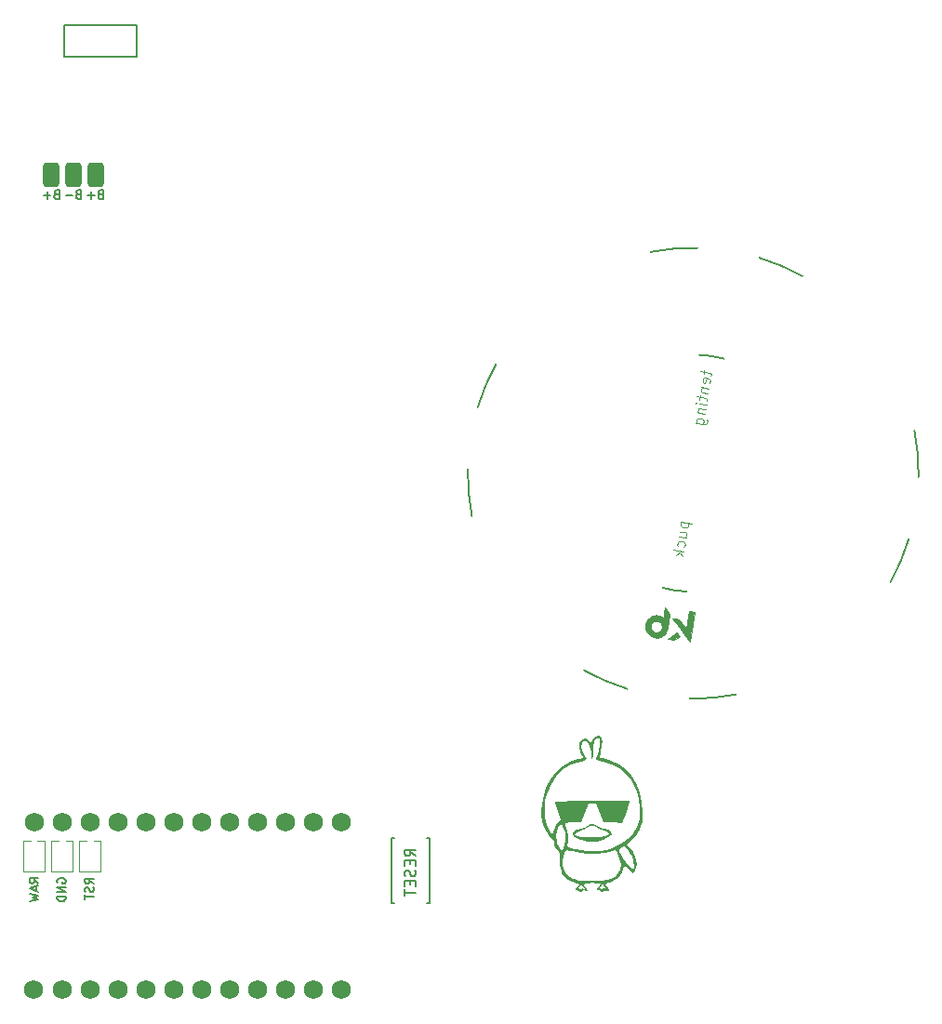
<source format=gbr>
%TF.GenerationSoftware,KiCad,Pcbnew,(6.0.7-1)-1*%
%TF.CreationDate,2022-08-15T15:56:19+02:00*%
%TF.ProjectId,wizza,77697a7a-612e-46b6-9963-61645f706362,v1.0.0*%
%TF.SameCoordinates,Original*%
%TF.FileFunction,Legend,Bot*%
%TF.FilePolarity,Positive*%
%FSLAX46Y46*%
G04 Gerber Fmt 4.6, Leading zero omitted, Abs format (unit mm)*
G04 Created by KiCad (PCBNEW (6.0.7-1)-1) date 2022-08-15 15:56:19*
%MOMM*%
%LPD*%
G01*
G04 APERTURE LIST*
G04 Aperture macros list*
%AMRoundRect*
0 Rectangle with rounded corners*
0 $1 Rounding radius*
0 $2 $3 $4 $5 $6 $7 $8 $9 X,Y pos of 4 corners*
0 Add a 4 corners polygon primitive as box body*
4,1,4,$2,$3,$4,$5,$6,$7,$8,$9,$2,$3,0*
0 Add four circle primitives for the rounded corners*
1,1,$1+$1,$2,$3*
1,1,$1+$1,$4,$5*
1,1,$1+$1,$6,$7*
1,1,$1+$1,$8,$9*
0 Add four rect primitives between the rounded corners*
20,1,$1+$1,$2,$3,$4,$5,0*
20,1,$1+$1,$4,$5,$6,$7,0*
20,1,$1+$1,$6,$7,$8,$9,0*
20,1,$1+$1,$8,$9,$2,$3,0*%
G04 Aperture macros list end*
%ADD10C,0.150000*%
%ADD11C,0.100000*%
%ADD12C,0.120000*%
%ADD13C,0.200000*%
%ADD14C,0.010000*%
%ADD15C,1.752600*%
%ADD16RoundRect,0.375000X-0.375000X-0.750000X0.375000X-0.750000X0.375000X0.750000X-0.375000X0.750000X0*%
G04 APERTURE END LIST*
D10*
%TO.C,MCU1*%
X204315845Y-135886678D02*
X203934893Y-135620012D01*
X204315845Y-135429535D02*
X203515845Y-135429535D01*
X203515845Y-135734297D01*
X203553941Y-135810488D01*
X203592036Y-135848583D01*
X203668226Y-135886678D01*
X203782512Y-135886678D01*
X203858702Y-135848583D01*
X203896798Y-135810488D01*
X203934893Y-135734297D01*
X203934893Y-135429535D01*
X204277750Y-136191440D02*
X204315845Y-136305726D01*
X204315845Y-136496202D01*
X204277750Y-136572393D01*
X204239655Y-136610488D01*
X204163464Y-136648583D01*
X204087274Y-136648583D01*
X204011083Y-136610488D01*
X203972988Y-136572393D01*
X203934893Y-136496202D01*
X203896798Y-136343821D01*
X203858702Y-136267631D01*
X203820607Y-136229535D01*
X203744417Y-136191440D01*
X203668226Y-136191440D01*
X203592036Y-136229535D01*
X203553941Y-136267631D01*
X203515845Y-136343821D01*
X203515845Y-136534297D01*
X203553941Y-136648583D01*
X203515845Y-136877154D02*
X203515845Y-137334297D01*
X204315845Y-137105726D02*
X203515845Y-137105726D01*
X199278277Y-135849415D02*
X198897325Y-135582748D01*
X199278277Y-135392272D02*
X198478277Y-135392272D01*
X198478277Y-135697034D01*
X198516373Y-135773224D01*
X198554468Y-135811319D01*
X198630658Y-135849415D01*
X198744944Y-135849415D01*
X198821134Y-135811319D01*
X198859230Y-135773224D01*
X198897325Y-135697034D01*
X198897325Y-135392272D01*
X199049706Y-136154176D02*
X199049706Y-136535129D01*
X199278277Y-136077986D02*
X198478277Y-136344653D01*
X199278277Y-136611319D01*
X198478277Y-136801796D02*
X199278277Y-136992272D01*
X198706849Y-137144653D01*
X199278277Y-137297034D01*
X198478277Y-137487510D01*
X201013941Y-135829535D02*
X200975845Y-135753344D01*
X200975845Y-135639059D01*
X201013941Y-135524773D01*
X201090131Y-135448582D01*
X201166321Y-135410487D01*
X201318702Y-135372392D01*
X201432988Y-135372392D01*
X201585369Y-135410487D01*
X201661560Y-135448582D01*
X201737750Y-135524773D01*
X201775845Y-135639059D01*
X201775845Y-135715249D01*
X201737750Y-135829535D01*
X201699655Y-135867630D01*
X201432988Y-135867630D01*
X201432988Y-135715249D01*
X201775845Y-136210487D02*
X200975845Y-136210487D01*
X201775845Y-136667630D01*
X200975845Y-136667630D01*
X201775845Y-137048582D02*
X200975845Y-137048582D01*
X200975845Y-137239059D01*
X201013941Y-137353344D01*
X201090131Y-137429535D01*
X201166321Y-137467630D01*
X201318702Y-137505725D01*
X201432988Y-137505725D01*
X201585369Y-137467630D01*
X201661560Y-137429535D01*
X201737750Y-137353344D01*
X201775845Y-137239059D01*
X201775845Y-137048582D01*
D11*
%TO.C,*%
X257785082Y-102945911D02*
X258772770Y-103102346D01*
X257832114Y-102953361D02*
X257770183Y-103039977D01*
X257740386Y-103228108D01*
X257772520Y-103329623D01*
X257812104Y-103384105D01*
X257898720Y-103446036D01*
X258180917Y-103490732D01*
X258282432Y-103458597D01*
X258336914Y-103419014D01*
X258398845Y-103332398D01*
X258428642Y-103144267D01*
X258396508Y-103042752D01*
X257576502Y-104262829D02*
X258234961Y-104367119D01*
X257643546Y-103839534D02*
X258160906Y-103921476D01*
X258247523Y-103983407D01*
X258279657Y-104084922D01*
X258257309Y-104226020D01*
X258195378Y-104312637D01*
X258140896Y-104352220D01*
X258046393Y-105253292D02*
X258108324Y-105166676D01*
X258138121Y-104978545D01*
X258105987Y-104877030D01*
X258066403Y-104822548D01*
X257979787Y-104760617D01*
X257697590Y-104715921D01*
X257596075Y-104748055D01*
X257541593Y-104787639D01*
X257479662Y-104874255D01*
X257449865Y-105062386D01*
X257481999Y-105163901D01*
X258026382Y-105684037D02*
X257038694Y-105527602D01*
X257635221Y-105718508D02*
X257966788Y-106060299D01*
X257308329Y-105956009D02*
X257744185Y-105639341D01*
X259905250Y-89153775D02*
X259845656Y-89530037D01*
X259553673Y-89242728D02*
X260400263Y-89376815D01*
X260486879Y-89438746D01*
X260519013Y-89540261D01*
X260504115Y-89634327D01*
X260345343Y-90332369D02*
X260407275Y-90245753D01*
X260437072Y-90057622D01*
X260404937Y-89956107D01*
X260318321Y-89894176D01*
X259942059Y-89834582D01*
X259840544Y-89866716D01*
X259778613Y-89953332D01*
X259748816Y-90141463D01*
X259780950Y-90242978D01*
X259867566Y-90304909D01*
X259961632Y-90319808D01*
X260130190Y-89864379D01*
X259659425Y-90705857D02*
X260317883Y-90810146D01*
X259753490Y-90720755D02*
X259699008Y-90760339D01*
X259637077Y-90846955D01*
X259614729Y-90988053D01*
X259646863Y-91089568D01*
X259733480Y-91151499D01*
X260250840Y-91233441D01*
X259540236Y-91458381D02*
X259480642Y-91834643D01*
X259188659Y-91547335D02*
X260035249Y-91681421D01*
X260121865Y-91743353D01*
X260154000Y-91844867D01*
X260139101Y-91938933D01*
X260086956Y-92268162D02*
X259428498Y-92163873D01*
X259099268Y-92111728D02*
X259153750Y-92072144D01*
X259193334Y-92126626D01*
X259138852Y-92166210D01*
X259099268Y-92111728D01*
X259193334Y-92126626D01*
X259354005Y-92634201D02*
X260012464Y-92738490D01*
X259448070Y-92649099D02*
X259393588Y-92688683D01*
X259331657Y-92775299D01*
X259309309Y-92916397D01*
X259341444Y-93017912D01*
X259428060Y-93079843D01*
X259945420Y-93161785D01*
X259145426Y-93951118D02*
X259944983Y-94077756D01*
X260046498Y-94045622D01*
X260100980Y-94006038D01*
X260162911Y-93919422D01*
X260185259Y-93778323D01*
X260153125Y-93676809D01*
X259756852Y-94047959D02*
X259818783Y-93961342D01*
X259848580Y-93773211D01*
X259816446Y-93671697D01*
X259776862Y-93617214D01*
X259690246Y-93555283D01*
X259408049Y-93510588D01*
X259306535Y-93542722D01*
X259252052Y-93582305D01*
X259190121Y-93668922D01*
X259160324Y-93857053D01*
X259192458Y-93958568D01*
D10*
%TO.C,PAD1*%
X204908095Y-73116857D02*
X204793809Y-73154952D01*
X204755714Y-73193047D01*
X204717619Y-73269238D01*
X204717619Y-73383523D01*
X204755714Y-73459714D01*
X204793809Y-73497809D01*
X204870000Y-73535904D01*
X205174761Y-73535904D01*
X205174761Y-72735904D01*
X204908095Y-72735904D01*
X204831904Y-72774000D01*
X204793809Y-72812095D01*
X204755714Y-72888285D01*
X204755714Y-72964476D01*
X204793809Y-73040666D01*
X204831904Y-73078761D01*
X204908095Y-73116857D01*
X205174761Y-73116857D01*
X204374761Y-73231142D02*
X203765238Y-73231142D01*
X204070000Y-73535904D02*
X204070000Y-72926380D01*
X200908095Y-73116857D02*
X200793809Y-73154952D01*
X200755714Y-73193047D01*
X200717619Y-73269238D01*
X200717619Y-73383523D01*
X200755714Y-73459714D01*
X200793809Y-73497809D01*
X200870000Y-73535904D01*
X201174761Y-73535904D01*
X201174761Y-72735904D01*
X200908095Y-72735904D01*
X200831904Y-72774000D01*
X200793809Y-72812095D01*
X200755714Y-72888285D01*
X200755714Y-72964476D01*
X200793809Y-73040666D01*
X200831904Y-73078761D01*
X200908095Y-73116857D01*
X201174761Y-73116857D01*
X200374761Y-73231142D02*
X199765238Y-73231142D01*
X200070000Y-73535904D02*
X200070000Y-72926380D01*
X202908095Y-73116857D02*
X202793809Y-73154952D01*
X202755714Y-73193047D01*
X202717619Y-73269238D01*
X202717619Y-73383523D01*
X202755714Y-73459714D01*
X202793809Y-73497809D01*
X202870000Y-73535904D01*
X203174761Y-73535904D01*
X203174761Y-72735904D01*
X202908095Y-72735904D01*
X202831904Y-72774000D01*
X202793809Y-72812095D01*
X202755714Y-72888285D01*
X202755714Y-72964476D01*
X202793809Y-73040666D01*
X202831904Y-73078761D01*
X202908095Y-73116857D01*
X203174761Y-73116857D01*
X202374761Y-73231142D02*
X201765238Y-73231142D01*
%TO.C,B1*%
X233624380Y-133378619D02*
X233148190Y-133045285D01*
X233624380Y-132807190D02*
X232624380Y-132807190D01*
X232624380Y-133188142D01*
X232672000Y-133283380D01*
X232719619Y-133331000D01*
X232814857Y-133378619D01*
X232957714Y-133378619D01*
X233052952Y-133331000D01*
X233100571Y-133283380D01*
X233148190Y-133188142D01*
X233148190Y-132807190D01*
X233100571Y-133807190D02*
X233100571Y-134140523D01*
X233624380Y-134283380D02*
X233624380Y-133807190D01*
X232624380Y-133807190D01*
X232624380Y-134283380D01*
X233576761Y-134664333D02*
X233624380Y-134807190D01*
X233624380Y-135045285D01*
X233576761Y-135140523D01*
X233529142Y-135188142D01*
X233433904Y-135235761D01*
X233338666Y-135235761D01*
X233243428Y-135188142D01*
X233195809Y-135140523D01*
X233148190Y-135045285D01*
X233100571Y-134854809D01*
X233052952Y-134759571D01*
X233005333Y-134711952D01*
X232910095Y-134664333D01*
X232814857Y-134664333D01*
X232719619Y-134711952D01*
X232672000Y-134759571D01*
X232624380Y-134854809D01*
X232624380Y-135092904D01*
X232672000Y-135235761D01*
X233100571Y-135664333D02*
X233100571Y-135997666D01*
X233624380Y-136140523D02*
X233624380Y-135664333D01*
X232624380Y-135664333D01*
X232624380Y-136140523D01*
X232624380Y-136426238D02*
X232624380Y-136997666D01*
X233624380Y-136711952D02*
X232624380Y-136711952D01*
D12*
%TO.C,MCU1*%
X200422000Y-131992523D02*
X200422000Y-134792523D01*
X204962000Y-131992523D02*
X204302000Y-131992523D01*
X202962000Y-134792523D02*
X204962000Y-134792523D01*
X199882000Y-134792523D02*
X199882000Y-131992523D01*
X199882000Y-131992523D02*
X199202000Y-131992523D01*
X203627000Y-131992523D02*
X202962000Y-131992523D01*
X197882000Y-131992523D02*
X197882000Y-134792523D01*
X200422000Y-134792523D02*
X202422000Y-134792523D01*
X204962000Y-134792523D02*
X204962000Y-131992523D01*
X201102000Y-131992523D02*
X200422000Y-131992523D01*
X202962000Y-131992523D02*
X202962000Y-134792523D01*
X197882000Y-134792523D02*
X199882000Y-134792523D01*
X202422000Y-131992523D02*
X201752000Y-131992523D01*
X202422000Y-134792523D02*
X202422000Y-131992523D01*
X198552000Y-131992523D02*
X197882000Y-131992523D01*
D13*
%TO.C,*%
X257205213Y-109194633D02*
G75*
G03*
X258328957Y-109312743I1688695J10661997D01*
G01*
X258537495Y-119049376D02*
G75*
G03*
X262798672Y-118677528I356428J20516839D01*
G01*
X238377085Y-98176108D02*
G75*
G03*
X238748933Y-102437286I20516838J-356429D01*
G01*
X276846313Y-108471321D02*
G75*
G03*
X278516739Y-104533605I-17952390J9938784D01*
G01*
X248955143Y-116484929D02*
G75*
G03*
X252892856Y-118155353I9938780J17952392D01*
G01*
X261687875Y-88105369D02*
G75*
G03*
X260582633Y-87870442I-2793936J-10427069D01*
G01*
X240941532Y-88593758D02*
G75*
G03*
X239271108Y-92531469I17952505J-9938828D01*
G01*
X260582633Y-87870441D02*
G75*
G03*
X259458890Y-87752331I-1688694J-10661997D01*
G01*
X256099972Y-108959706D02*
G75*
G03*
X257205213Y-109194633I2793951J10427169D01*
G01*
X268832708Y-80580149D02*
G75*
G03*
X264894991Y-78909722I-9938785J-17952388D01*
G01*
X279410761Y-98888966D02*
G75*
G03*
X279038913Y-94627786I-20516838J356429D01*
G01*
X259250352Y-78015699D02*
G75*
G03*
X254989174Y-78387547I-356429J-20516838D01*
G01*
G36*
X257400509Y-112993625D02*
G01*
X257411015Y-113005462D01*
X257432488Y-113032777D01*
X257462760Y-113072718D01*
X257499662Y-113122427D01*
X257541027Y-113179050D01*
X257674839Y-113363599D01*
X257635459Y-113395648D01*
X257631775Y-113398601D01*
X257606545Y-113418103D01*
X257567030Y-113448036D01*
X257516686Y-113485805D01*
X257458964Y-113528818D01*
X257397319Y-113574480D01*
X257198560Y-113721263D01*
X256586180Y-113624272D01*
X256619394Y-113595478D01*
X256622080Y-113593179D01*
X256646127Y-113573469D01*
X256684088Y-113543195D01*
X256733671Y-113504125D01*
X256792579Y-113458030D01*
X256858520Y-113406678D01*
X256929199Y-113351841D01*
X257002321Y-113295285D01*
X257075595Y-113238782D01*
X257146724Y-113184101D01*
X257213416Y-113133011D01*
X257273375Y-113087282D01*
X257324309Y-113048682D01*
X257363922Y-113018982D01*
X257389922Y-112999952D01*
X257400013Y-112993361D01*
X257400509Y-112993625D01*
G37*
D14*
X257400509Y-112993625D02*
X257411015Y-113005462D01*
X257432488Y-113032777D01*
X257462760Y-113072718D01*
X257499662Y-113122427D01*
X257541027Y-113179050D01*
X257674839Y-113363599D01*
X257635459Y-113395648D01*
X257631775Y-113398601D01*
X257606545Y-113418103D01*
X257567030Y-113448036D01*
X257516686Y-113485805D01*
X257458964Y-113528818D01*
X257397319Y-113574480D01*
X257198560Y-113721263D01*
X256586180Y-113624272D01*
X256619394Y-113595478D01*
X256622080Y-113593179D01*
X256646127Y-113573469D01*
X256684088Y-113543195D01*
X256733671Y-113504125D01*
X256792579Y-113458030D01*
X256858520Y-113406678D01*
X256929199Y-113351841D01*
X257002321Y-113295285D01*
X257075595Y-113238782D01*
X257146724Y-113184101D01*
X257213416Y-113133011D01*
X257273375Y-113087282D01*
X257324309Y-113048682D01*
X257363922Y-113018982D01*
X257389922Y-112999952D01*
X257400013Y-112993361D01*
X257400509Y-112993625D01*
G36*
X256525889Y-112717021D02*
G01*
X256515740Y-112766110D01*
X256508717Y-112793747D01*
X256492691Y-112838238D01*
X256435708Y-112957957D01*
X256361532Y-113073641D01*
X256274210Y-113179466D01*
X256177790Y-113269612D01*
X256168065Y-113277352D01*
X256045392Y-113359499D01*
X255911340Y-113423311D01*
X255769485Y-113467645D01*
X255623408Y-113491361D01*
X255476689Y-113493314D01*
X255376975Y-113482060D01*
X255232165Y-113447583D01*
X255095557Y-113393291D01*
X254969137Y-113320597D01*
X254854886Y-113230906D01*
X254754789Y-113125629D01*
X254670829Y-113006175D01*
X254604991Y-112873955D01*
X254565166Y-112759396D01*
X254534457Y-112613560D01*
X254528469Y-112507715D01*
X255018959Y-112507715D01*
X255019609Y-112550637D01*
X255026059Y-112590748D01*
X255039070Y-112637606D01*
X255054298Y-112678823D01*
X255086075Y-112743382D01*
X255124865Y-112805673D01*
X255166354Y-112859015D01*
X255206232Y-112896721D01*
X255220984Y-112906930D01*
X255258670Y-112930476D01*
X255298621Y-112953090D01*
X255367534Y-112983533D01*
X255468625Y-113008172D01*
X255570918Y-113011420D01*
X255671695Y-112993836D01*
X255768238Y-112955980D01*
X255857828Y-112898409D01*
X255937748Y-112821684D01*
X255974519Y-112772688D01*
X256019285Y-112684587D01*
X256044986Y-112589893D01*
X256052105Y-112491851D01*
X256041120Y-112393712D01*
X256012515Y-112298720D01*
X255966768Y-112210127D01*
X255904360Y-112131178D01*
X255825774Y-112065122D01*
X255812926Y-112056723D01*
X255720582Y-112011091D01*
X255622071Y-111985179D01*
X255520951Y-111978599D01*
X255420785Y-111990960D01*
X255325136Y-112021874D01*
X255237563Y-112070949D01*
X255161629Y-112137797D01*
X255139615Y-112163195D01*
X255081886Y-112248639D01*
X255043998Y-112341750D01*
X255023894Y-112447148D01*
X255023345Y-112452417D01*
X255018959Y-112507715D01*
X254528469Y-112507715D01*
X254526102Y-112465871D01*
X254539790Y-112313660D01*
X254557335Y-112225651D01*
X254603245Y-112080770D01*
X254667680Y-111947237D01*
X254749376Y-111826546D01*
X254847074Y-111720195D01*
X254959512Y-111629681D01*
X255085430Y-111556498D01*
X255223567Y-111502145D01*
X255297663Y-111480835D01*
X255376447Y-111463732D01*
X255450266Y-111455689D01*
X255527675Y-111455863D01*
X255617231Y-111463414D01*
X255634928Y-111465541D01*
X255771408Y-111493675D01*
X255895857Y-111541407D01*
X256008886Y-111609025D01*
X256111108Y-111696819D01*
X256132254Y-111717585D01*
X256154237Y-111737613D01*
X256165528Y-111745794D01*
X256167055Y-111741956D01*
X256172210Y-111718669D01*
X256180267Y-111676284D01*
X256190819Y-111617132D01*
X256203463Y-111543541D01*
X256217796Y-111457843D01*
X256233413Y-111362365D01*
X256249909Y-111259439D01*
X256327266Y-110771970D01*
X256748934Y-111355139D01*
X256640640Y-112038324D01*
X256638801Y-112049915D01*
X256615004Y-112198495D01*
X256592874Y-112333973D01*
X256572656Y-112454956D01*
X256554589Y-112560053D01*
X256538920Y-112647872D01*
X256535214Y-112667537D01*
X256525889Y-112717021D01*
G37*
X256525889Y-112717021D02*
X256515740Y-112766110D01*
X256508717Y-112793747D01*
X256492691Y-112838238D01*
X256435708Y-112957957D01*
X256361532Y-113073641D01*
X256274210Y-113179466D01*
X256177790Y-113269612D01*
X256168065Y-113277352D01*
X256045392Y-113359499D01*
X255911340Y-113423311D01*
X255769485Y-113467645D01*
X255623408Y-113491361D01*
X255476689Y-113493314D01*
X255376975Y-113482060D01*
X255232165Y-113447583D01*
X255095557Y-113393291D01*
X254969137Y-113320597D01*
X254854886Y-113230906D01*
X254754789Y-113125629D01*
X254670829Y-113006175D01*
X254604991Y-112873955D01*
X254565166Y-112759396D01*
X254534457Y-112613560D01*
X254528469Y-112507715D01*
X255018959Y-112507715D01*
X255019609Y-112550637D01*
X255026059Y-112590748D01*
X255039070Y-112637606D01*
X255054298Y-112678823D01*
X255086075Y-112743382D01*
X255124865Y-112805673D01*
X255166354Y-112859015D01*
X255206232Y-112896721D01*
X255220984Y-112906930D01*
X255258670Y-112930476D01*
X255298621Y-112953090D01*
X255367534Y-112983533D01*
X255468625Y-113008172D01*
X255570918Y-113011420D01*
X255671695Y-112993836D01*
X255768238Y-112955980D01*
X255857828Y-112898409D01*
X255937748Y-112821684D01*
X255974519Y-112772688D01*
X256019285Y-112684587D01*
X256044986Y-112589893D01*
X256052105Y-112491851D01*
X256041120Y-112393712D01*
X256012515Y-112298720D01*
X255966768Y-112210127D01*
X255904360Y-112131178D01*
X255825774Y-112065122D01*
X255812926Y-112056723D01*
X255720582Y-112011091D01*
X255622071Y-111985179D01*
X255520951Y-111978599D01*
X255420785Y-111990960D01*
X255325136Y-112021874D01*
X255237563Y-112070949D01*
X255161629Y-112137797D01*
X255139615Y-112163195D01*
X255081886Y-112248639D01*
X255043998Y-112341750D01*
X255023894Y-112447148D01*
X255023345Y-112452417D01*
X255018959Y-112507715D01*
X254528469Y-112507715D01*
X254526102Y-112465871D01*
X254539790Y-112313660D01*
X254557335Y-112225651D01*
X254603245Y-112080770D01*
X254667680Y-111947237D01*
X254749376Y-111826546D01*
X254847074Y-111720195D01*
X254959512Y-111629681D01*
X255085430Y-111556498D01*
X255223567Y-111502145D01*
X255297663Y-111480835D01*
X255376447Y-111463732D01*
X255450266Y-111455689D01*
X255527675Y-111455863D01*
X255617231Y-111463414D01*
X255634928Y-111465541D01*
X255771408Y-111493675D01*
X255895857Y-111541407D01*
X256008886Y-111609025D01*
X256111108Y-111696819D01*
X256132254Y-111717585D01*
X256154237Y-111737613D01*
X256165528Y-111745794D01*
X256167055Y-111741956D01*
X256172210Y-111718669D01*
X256180267Y-111676284D01*
X256190819Y-111617132D01*
X256203463Y-111543541D01*
X256217796Y-111457843D01*
X256233413Y-111362365D01*
X256249909Y-111259439D01*
X256327266Y-110771970D01*
X256748934Y-111355139D01*
X256640640Y-112038324D01*
X256638801Y-112049915D01*
X256615004Y-112198495D01*
X256592874Y-112333973D01*
X256572656Y-112454956D01*
X256554589Y-112560053D01*
X256538920Y-112647872D01*
X256535214Y-112667537D01*
X256525889Y-112717021D01*
G36*
X258996252Y-111188851D02*
G01*
X258567329Y-113896964D01*
X258492038Y-113791613D01*
X258480616Y-113775634D01*
X258454209Y-113738695D01*
X258416126Y-113685427D01*
X258367376Y-113617244D01*
X258308968Y-113535556D01*
X258241914Y-113441775D01*
X258167222Y-113337311D01*
X258085900Y-113223579D01*
X257998959Y-113101988D01*
X257907407Y-112973950D01*
X257812254Y-112840877D01*
X257714509Y-112704181D01*
X257012271Y-111722098D01*
X257297573Y-111764154D01*
X257582875Y-111806209D01*
X258250365Y-112724635D01*
X258505910Y-111111189D01*
X258996252Y-111188851D01*
G37*
X258996252Y-111188851D02*
X258567329Y-113896964D01*
X258492038Y-113791613D01*
X258480616Y-113775634D01*
X258454209Y-113738695D01*
X258416126Y-113685427D01*
X258367376Y-113617244D01*
X258308968Y-113535556D01*
X258241914Y-113441775D01*
X258167222Y-113337311D01*
X258085900Y-113223579D01*
X257998959Y-113101988D01*
X257907407Y-112973950D01*
X257812254Y-112840877D01*
X257714509Y-112704181D01*
X257012271Y-111722098D01*
X257297573Y-111764154D01*
X257582875Y-111806209D01*
X258250365Y-112724635D01*
X258505910Y-111111189D01*
X258996252Y-111188851D01*
D10*
%TO.C,T2*%
X206900615Y-57756416D02*
X203000615Y-57756416D01*
X208250615Y-60606416D02*
X208250615Y-57756416D01*
X201650615Y-57756416D02*
X201650615Y-60606416D01*
X201650615Y-60606416D02*
X208250615Y-60606416D01*
X204950615Y-57756416D02*
X201650615Y-57756416D01*
X204950615Y-57756416D02*
X208250615Y-57756416D01*
%TO.C,B1*%
X231422000Y-131704000D02*
X231672000Y-131704000D01*
X231422000Y-137704000D02*
X231422000Y-131704000D01*
X234922000Y-137704000D02*
X234672000Y-137704000D01*
X234672000Y-131704000D02*
X234922000Y-131704000D01*
X234922000Y-131704000D02*
X234922000Y-137704000D01*
X231672000Y-137704000D02*
X231422000Y-137704000D01*
%TO.C,G\u002A\u002A\u002A*%
G36*
X250419039Y-132019749D02*
G01*
X250185746Y-132084061D01*
X249935635Y-132103269D01*
X249599555Y-132092094D01*
X249315107Y-132070952D01*
X249045200Y-132027409D01*
X248909364Y-131986101D01*
X249450831Y-131986101D01*
X249501100Y-132002987D01*
X249684221Y-132009592D01*
X249808470Y-132007122D01*
X249914844Y-131993838D01*
X249874721Y-131972900D01*
X249740439Y-131958893D01*
X249493721Y-131972900D01*
X249450831Y-131986101D01*
X248909364Y-131986101D01*
X248782946Y-131947657D01*
X248665163Y-131896833D01*
X250130485Y-131896833D01*
X250131796Y-131925735D01*
X250241610Y-131941301D01*
X250324833Y-131927743D01*
X250292763Y-131890149D01*
X250243802Y-131876621D01*
X250130485Y-131896833D01*
X248665163Y-131896833D01*
X248476884Y-131815590D01*
X248075555Y-131615102D01*
X247997170Y-131543440D01*
X247921313Y-131366419D01*
X247921879Y-131358560D01*
X248128171Y-131358560D01*
X248186871Y-131473779D01*
X248414221Y-131583373D01*
X248636006Y-131636908D01*
X249012492Y-131678992D01*
X249453463Y-131692382D01*
X249920054Y-131679424D01*
X250373401Y-131642469D01*
X250774640Y-131583863D01*
X251084905Y-131505956D01*
X251265333Y-131411096D01*
X251281758Y-131390213D01*
X251256536Y-131286356D01*
X251074256Y-131172777D01*
X250744242Y-131055833D01*
X250568891Y-130998047D01*
X250281859Y-130876952D01*
X250079030Y-130758388D01*
X249852021Y-130630869D01*
X249566966Y-130613669D01*
X249305355Y-130760648D01*
X249181053Y-130846685D01*
X248924078Y-130971729D01*
X248622565Y-131081623D01*
X248514563Y-131116454D01*
X248237582Y-131239017D01*
X248128171Y-131358560D01*
X247921879Y-131358560D01*
X247929409Y-131254076D01*
X248029569Y-131140185D01*
X248259980Y-131017092D01*
X248366141Y-130971985D01*
X248622291Y-130884705D01*
X248809892Y-130849178D01*
X248836967Y-130847001D01*
X249033483Y-130775757D01*
X249245448Y-130635652D01*
X249294707Y-130595832D01*
X249568696Y-130449661D01*
X249836093Y-130459359D01*
X250134371Y-130624452D01*
X250153615Y-130638313D01*
X250434207Y-130786261D01*
X250730343Y-130874582D01*
X250850043Y-130897227D01*
X251167980Y-131010132D01*
X251383121Y-131171109D01*
X251462221Y-131358192D01*
X251457997Y-131390213D01*
X251457227Y-131396053D01*
X251377044Y-131513136D01*
X251181585Y-131650821D01*
X250848388Y-131826238D01*
X250704665Y-131895613D01*
X250630737Y-131927743D01*
X250478658Y-131993838D01*
X250419039Y-132019749D01*
G37*
G36*
X253588330Y-134741986D02*
G01*
X253408916Y-134953652D01*
X253218735Y-134732414D01*
X253026961Y-134541115D01*
X252812879Y-134374085D01*
X252597204Y-134236995D01*
X252495934Y-134615633D01*
X252418547Y-134839986D01*
X252155119Y-135264497D01*
X251783102Y-135582338D01*
X251329749Y-135766611D01*
X251079511Y-135835074D01*
X250906625Y-135928879D01*
X250894657Y-136035608D01*
X251038888Y-136161670D01*
X251141630Y-136260647D01*
X251166915Y-136327244D01*
X251208221Y-136436036D01*
X251195989Y-136559034D01*
X251125949Y-136595240D01*
X250957119Y-136521536D01*
X250833802Y-136483357D01*
X250753675Y-136563869D01*
X250702675Y-136645369D01*
X250581932Y-136680496D01*
X250480430Y-136571675D01*
X250428028Y-136511717D01*
X250271420Y-136496883D01*
X250187949Y-136505240D01*
X250111655Y-136441313D01*
X250136751Y-136327666D01*
X250305663Y-136327666D01*
X250377417Y-136320893D01*
X250464377Y-136314928D01*
X250558943Y-136418845D01*
X250571245Y-136459694D01*
X250608285Y-136492340D01*
X250659255Y-136370034D01*
X250671684Y-136333478D01*
X250739469Y-136233147D01*
X250839609Y-136276266D01*
X250911303Y-136321894D01*
X251005852Y-136327244D01*
X250994462Y-136273973D01*
X250876806Y-136185200D01*
X250767145Y-136096585D01*
X250693537Y-135945507D01*
X250679045Y-135854606D01*
X250641007Y-135927319D01*
X250566003Y-136049700D01*
X250414858Y-136210367D01*
X250367258Y-136252731D01*
X250305663Y-136327666D01*
X250136751Y-136327666D01*
X250141501Y-136306154D01*
X250276888Y-136138986D01*
X250389609Y-136018706D01*
X250446221Y-135914197D01*
X250426946Y-135898222D01*
X250279945Y-135869714D01*
X250019780Y-135850009D01*
X249684221Y-135842652D01*
X249289631Y-135851883D01*
X249032875Y-135885607D01*
X248921951Y-135950857D01*
X248945348Y-136054651D01*
X249091555Y-136204007D01*
X249201137Y-136328405D01*
X249224857Y-136387324D01*
X249260888Y-136476823D01*
X249205080Y-136579556D01*
X249078281Y-136598007D01*
X248961424Y-136514919D01*
X248903880Y-136485510D01*
X248792793Y-136578419D01*
X248781940Y-136592859D01*
X248676759Y-136680704D01*
X248572321Y-136625819D01*
X248504174Y-136576235D01*
X248312621Y-136519986D01*
X248258378Y-136513682D01*
X248169614Y-136432129D01*
X248190819Y-136315704D01*
X248371213Y-136315704D01*
X248430084Y-136317772D01*
X248516268Y-136313781D01*
X248602322Y-136418845D01*
X248614281Y-136470038D01*
X248651566Y-136506481D01*
X248726432Y-136396985D01*
X248761119Y-136340404D01*
X248847868Y-136279012D01*
X248977528Y-136352090D01*
X249039782Y-136397119D01*
X249054187Y-136387324D01*
X248954165Y-136263423D01*
X248814350Y-136079555D01*
X248728015Y-135927319D01*
X248727753Y-135926601D01*
X248688959Y-135849789D01*
X248674906Y-135938159D01*
X248621464Y-136066716D01*
X248477721Y-136218085D01*
X248458388Y-136232703D01*
X248371213Y-136315704D01*
X248190819Y-136315704D01*
X248194164Y-136297337D01*
X248329555Y-136161670D01*
X248419894Y-136095755D01*
X248490055Y-135970587D01*
X248395587Y-135870368D01*
X248139055Y-135799967D01*
X248126716Y-135797942D01*
X247650143Y-135635690D01*
X247249672Y-135335458D01*
X246959977Y-134923034D01*
X246876702Y-134729233D01*
X246812233Y-134487479D01*
X246782296Y-134191061D01*
X246777791Y-133783039D01*
X246777748Y-133745476D01*
X246998554Y-133745476D01*
X247032743Y-134269239D01*
X247192147Y-134740833D01*
X247464722Y-135129645D01*
X247838423Y-135405063D01*
X247876628Y-135423695D01*
X248064985Y-135502169D01*
X248269434Y-135556626D01*
X248528283Y-135592803D01*
X248879843Y-135616435D01*
X249362423Y-135633260D01*
X249933585Y-135641644D01*
X250552082Y-135623643D01*
X251040469Y-135567090D01*
X251419707Y-135465887D01*
X251710758Y-135313936D01*
X251934582Y-135105141D01*
X252112142Y-134833404D01*
X252213417Y-134596844D01*
X252295359Y-134217098D01*
X252284324Y-133867429D01*
X252177464Y-133601602D01*
X252162527Y-133580498D01*
X252054987Y-133370765D01*
X251964936Y-133113691D01*
X251907561Y-132935164D01*
X251835818Y-132846661D01*
X251733835Y-132868717D01*
X251713484Y-132878161D01*
X251535223Y-132937549D01*
X251253568Y-133013836D01*
X250919672Y-133092937D01*
X250854516Y-133106716D01*
X250155472Y-133193660D01*
X249391561Y-133196799D01*
X248635113Y-133119278D01*
X247958459Y-132964239D01*
X247666797Y-132880516D01*
X247407598Y-132847073D01*
X247241337Y-132910851D01*
X247133135Y-133088403D01*
X247048114Y-133396283D01*
X246998554Y-133745476D01*
X246777748Y-133745476D01*
X246777458Y-133489615D01*
X246762152Y-133212090D01*
X246726023Y-133054738D01*
X246665074Y-132989430D01*
X246621733Y-132961927D01*
X246492236Y-132805910D01*
X246358986Y-132574949D01*
X246254898Y-132331129D01*
X246212888Y-132136532D01*
X246206380Y-132095601D01*
X246115391Y-131921893D01*
X245951335Y-131730993D01*
X245795050Y-131560902D01*
X246411922Y-131560902D01*
X246466779Y-132116862D01*
X246501686Y-132237084D01*
X246622513Y-132513270D01*
X246762359Y-132709175D01*
X246960500Y-132895319D01*
X247113509Y-132661799D01*
X247120868Y-132650108D01*
X247213475Y-132390060D01*
X247260933Y-132029308D01*
X247262762Y-131626767D01*
X247218481Y-131241354D01*
X247127611Y-130931986D01*
X247113401Y-130900467D01*
X247009200Y-130657016D01*
X246935797Y-130466319D01*
X246921996Y-130428665D01*
X246875436Y-130373335D01*
X246804396Y-130432605D01*
X246680962Y-130623716D01*
X246504382Y-131017717D01*
X246411922Y-131560902D01*
X245795050Y-131560902D01*
X245720550Y-131479821D01*
X245375575Y-130918624D01*
X245157800Y-130260045D01*
X245069198Y-129515714D01*
X245080522Y-129297866D01*
X245366221Y-129297866D01*
X245380486Y-129731266D01*
X245461144Y-130277708D01*
X245625630Y-130753417D01*
X245888246Y-131210804D01*
X246100765Y-131523554D01*
X246243467Y-131010280D01*
X246301512Y-130829836D01*
X246449131Y-130501933D01*
X246610912Y-130272265D01*
X246835654Y-130047522D01*
X246556635Y-129257946D01*
X246479825Y-129035237D01*
X246383368Y-128735348D01*
X246324011Y-128522886D01*
X246312357Y-128433628D01*
X246322215Y-128431163D01*
X246458819Y-128421428D01*
X246740997Y-128409765D01*
X247150477Y-128396680D01*
X247668990Y-128382676D01*
X248278266Y-128368259D01*
X248960033Y-128353933D01*
X249696023Y-128340201D01*
X250584065Y-128326170D01*
X251368496Y-128317514D01*
X251997508Y-128315339D01*
X252478200Y-128319713D01*
X252817674Y-128330705D01*
X253023031Y-128348381D01*
X253101371Y-128372811D01*
X253095938Y-128479090D01*
X253038084Y-128709932D01*
X252937164Y-129029908D01*
X252803154Y-129404511D01*
X252448513Y-130344915D01*
X251596456Y-130320950D01*
X250744400Y-130296986D01*
X250050652Y-128603652D01*
X249390108Y-128603652D01*
X249043281Y-129450319D01*
X248696455Y-130296986D01*
X247953457Y-130321583D01*
X247910013Y-130322939D01*
X247580323Y-130331274D01*
X247375269Y-130353185D01*
X247276683Y-130419142D01*
X247266398Y-130559614D01*
X247326247Y-130805072D01*
X247438061Y-131185986D01*
X247506547Y-131493842D01*
X247509178Y-131626767D01*
X247518348Y-132089975D01*
X247464920Y-132528299D01*
X248045404Y-132714250D01*
X248170491Y-132750959D01*
X248698040Y-132857006D01*
X249302855Y-132920856D01*
X249925329Y-132940066D01*
X250505857Y-132912191D01*
X250984831Y-132834787D01*
X251035576Y-132817993D01*
X252140382Y-132817993D01*
X252179256Y-132997018D01*
X252307378Y-133285508D01*
X252497834Y-133611685D01*
X252722491Y-133928150D01*
X252953217Y-134187502D01*
X252985508Y-134217098D01*
X253158470Y-134375626D01*
X253332269Y-134518143D01*
X253424702Y-134572652D01*
X253448878Y-134559348D01*
X253485871Y-134430761D01*
X253493439Y-134205251D01*
X253474152Y-133931909D01*
X253430582Y-133659829D01*
X253365297Y-133438106D01*
X253312734Y-133330244D01*
X253139785Y-133055542D01*
X252933910Y-132794757D01*
X252766623Y-132615641D01*
X252643673Y-132523036D01*
X252533862Y-132520062D01*
X252385501Y-132587150D01*
X252372933Y-132593785D01*
X252207942Y-132711329D01*
X252140382Y-132817993D01*
X251035576Y-132817993D01*
X251673960Y-132606719D01*
X252366524Y-132254841D01*
X252967615Y-131814784D01*
X253452339Y-131305064D01*
X253795799Y-130744197D01*
X253874938Y-130563820D01*
X253960959Y-130321881D01*
X254009821Y-130078895D01*
X254031243Y-129778830D01*
X254034947Y-129365652D01*
X254022735Y-128947986D01*
X253933439Y-128220670D01*
X253743994Y-127541096D01*
X253438239Y-126840882D01*
X253233049Y-126475541D01*
X252758812Y-125863200D01*
X252181600Y-125381204D01*
X251493748Y-125023824D01*
X250687591Y-124785334D01*
X250636910Y-124774703D01*
X250344984Y-124710753D01*
X250133348Y-124659840D01*
X250044855Y-124632174D01*
X250042518Y-124624603D01*
X250068101Y-124513132D01*
X250139645Y-124319819D01*
X250215734Y-124108112D01*
X250313060Y-123748461D01*
X250384677Y-123379607D01*
X250420317Y-123057825D01*
X250409715Y-122839393D01*
X250348137Y-122709312D01*
X250186288Y-122634652D01*
X250157433Y-122636549D01*
X249991764Y-122741480D01*
X249869864Y-123000433D01*
X249794612Y-123404373D01*
X249768888Y-123944266D01*
X249761948Y-124258933D01*
X249739903Y-124516844D01*
X249708978Y-124646333D01*
X249675620Y-124637385D01*
X249646274Y-124479983D01*
X249627389Y-124164110D01*
X249600850Y-123861329D01*
X249497783Y-123449229D01*
X249332080Y-123134233D01*
X249118184Y-122950758D01*
X249025031Y-122917366D01*
X248848416Y-122937872D01*
X248744544Y-123107181D01*
X248710555Y-123428643D01*
X248758571Y-123764840D01*
X248936222Y-124086698D01*
X249073045Y-124274795D01*
X249184800Y-124489340D01*
X249160522Y-124629538D01*
X248989225Y-124723767D01*
X248659925Y-124800403D01*
X248303782Y-124884375D01*
X247579844Y-125174057D01*
X246941941Y-125598363D01*
X246399311Y-126144682D01*
X245961188Y-126800403D01*
X245636808Y-127552914D01*
X245435407Y-128389606D01*
X245366221Y-129297866D01*
X245080522Y-129297866D01*
X245111742Y-128697262D01*
X245287404Y-127816321D01*
X245503525Y-127162897D01*
X245889482Y-126391304D01*
X246380406Y-125737407D01*
X246967553Y-125210330D01*
X247642179Y-124819197D01*
X248395540Y-124573132D01*
X248609367Y-124525708D01*
X248815593Y-124476632D01*
X248905240Y-124450542D01*
X248902716Y-124430020D01*
X248838067Y-124307089D01*
X248714740Y-124114430D01*
X248576297Y-123851828D01*
X248493178Y-123475759D01*
X248536557Y-123124839D01*
X248706706Y-122842470D01*
X248826209Y-122730338D01*
X248973652Y-122650759D01*
X249123086Y-122690082D01*
X249333196Y-122848912D01*
X249587829Y-123063172D01*
X249699525Y-122830821D01*
X249830905Y-122644699D01*
X250038269Y-122471203D01*
X250172832Y-122404080D01*
X250300203Y-122399297D01*
X250440436Y-122502416D01*
X250538563Y-122641625D01*
X250610409Y-122955990D01*
X250594684Y-123382370D01*
X250490668Y-123900715D01*
X250443477Y-124097305D01*
X250407884Y-124307389D01*
X250411967Y-124406620D01*
X250481437Y-124436199D01*
X250678071Y-124490564D01*
X250948638Y-124551255D01*
X251435686Y-124682764D01*
X252147279Y-125009095D01*
X252769744Y-125469078D01*
X253295913Y-126052305D01*
X253718618Y-126748366D01*
X254030692Y-127546853D01*
X254224966Y-128437358D01*
X254291148Y-129365652D01*
X254294272Y-129409473D01*
X254294802Y-129664794D01*
X254288849Y-130019169D01*
X254266891Y-130277534D01*
X254220563Y-130487034D01*
X254141502Y-130694812D01*
X254021347Y-130948010D01*
X253762200Y-131385456D01*
X253285644Y-131930431D01*
X252827149Y-132349469D01*
X253083773Y-132593227D01*
X253324107Y-132877196D01*
X253541721Y-133268794D01*
X253686273Y-133690778D01*
X253748441Y-134103440D01*
X253740170Y-134205251D01*
X253718901Y-134467078D01*
X253588330Y-134741986D01*
G37*
%TD*%
D15*
%TO.C,MCU1*%
X198798254Y-145574000D03*
X198882000Y-130334000D03*
X201422000Y-145574000D03*
X203962000Y-130334000D03*
X201422000Y-130334000D03*
X203962000Y-145574000D03*
X206502000Y-145574000D03*
X209042000Y-145574000D03*
X211582000Y-145574000D03*
X214122000Y-145574000D03*
X216662000Y-145574000D03*
X219202000Y-145574000D03*
X221742000Y-145574000D03*
X224282000Y-145574000D03*
X226822000Y-145574000D03*
X206502000Y-130334000D03*
X209042000Y-130334000D03*
X211582000Y-130334000D03*
X214122000Y-130334000D03*
X216662000Y-130334000D03*
X219202000Y-130334000D03*
X221742000Y-130334000D03*
X224282000Y-130334000D03*
X226822000Y-130334000D03*
%TD*%
D16*
%TO.C,PAD1*%
X204470000Y-71374000D03*
X202470000Y-71374000D03*
X200470000Y-71374000D03*
%TD*%
M02*

</source>
